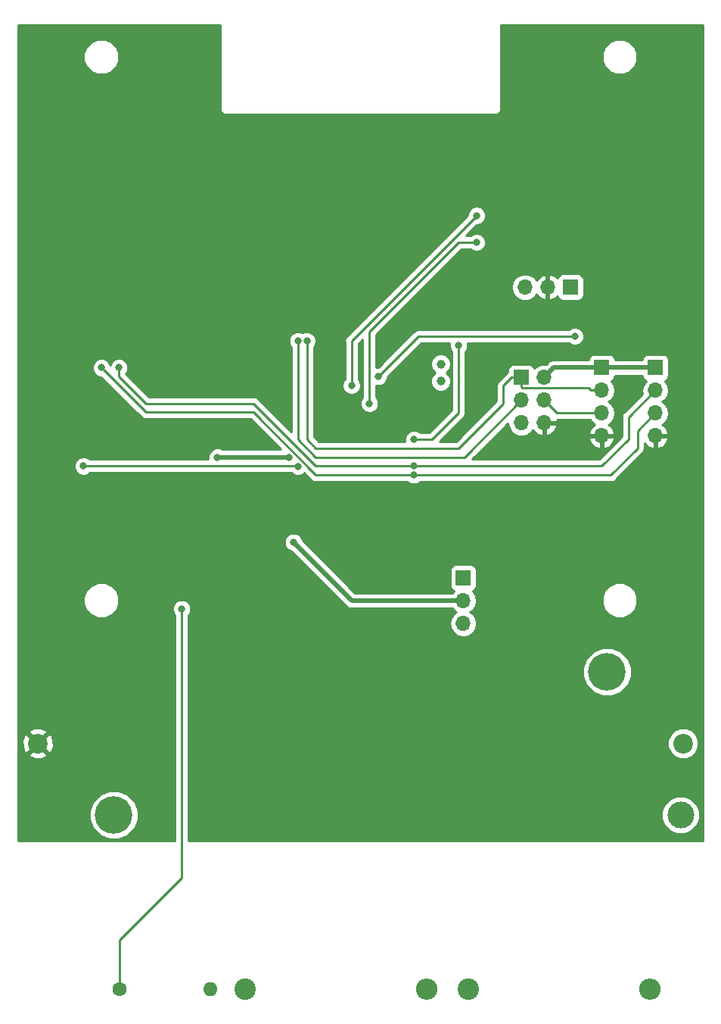
<source format=gbl>
G04 #@! TF.GenerationSoftware,KiCad,Pcbnew,(5.0.0)*
G04 #@! TF.CreationDate,2019-07-08T16:39:32+02:00*
G04 #@! TF.ProjectId,lofence,6C6F66656E63652E6B696361645F7063,rev?*
G04 #@! TF.SameCoordinates,Original*
G04 #@! TF.FileFunction,Copper,L2,Bot,Signal*
G04 #@! TF.FilePolarity,Positive*
%FSLAX46Y46*%
G04 Gerber Fmt 4.6, Leading zero omitted, Abs format (unit mm)*
G04 Created by KiCad (PCBNEW (5.0.0)) date 07/08/19 16:39:32*
%MOMM*%
%LPD*%
G01*
G04 APERTURE LIST*
G04 #@! TA.AperFunction,WasherPad*
%ADD10C,3.000000*%
G04 #@! TD*
G04 #@! TA.AperFunction,WasherPad*
%ADD11C,4.200000*%
G04 #@! TD*
G04 #@! TA.AperFunction,ComponentPad*
%ADD12C,2.200000*%
G04 #@! TD*
G04 #@! TA.AperFunction,ComponentPad*
%ADD13C,1.000000*%
G04 #@! TD*
G04 #@! TA.AperFunction,ComponentPad*
%ADD14O,1.700000X1.700000*%
G04 #@! TD*
G04 #@! TA.AperFunction,ComponentPad*
%ADD15R,1.700000X1.700000*%
G04 #@! TD*
G04 #@! TA.AperFunction,ComponentPad*
%ADD16O,2.400000X2.400000*%
G04 #@! TD*
G04 #@! TA.AperFunction,ComponentPad*
%ADD17C,2.400000*%
G04 #@! TD*
G04 #@! TA.AperFunction,ComponentPad*
%ADD18O,1.600000X1.600000*%
G04 #@! TD*
G04 #@! TA.AperFunction,ComponentPad*
%ADD19C,1.600000*%
G04 #@! TD*
G04 #@! TA.AperFunction,ViaPad*
%ADD20C,0.800000*%
G04 #@! TD*
G04 #@! TA.AperFunction,Conductor*
%ADD21C,0.500000*%
G04 #@! TD*
G04 #@! TA.AperFunction,Conductor*
%ADD22C,0.250000*%
G04 #@! TD*
G04 #@! TA.AperFunction,Conductor*
%ADD23C,0.254000*%
G04 #@! TD*
G04 APERTURE END LIST*
D10*
G04 #@! TO.P,BT1,*
G04 #@! TO.N,*
X109820000Y-126000000D03*
D11*
X101600000Y-110000000D03*
X46400000Y-126000000D03*
D12*
G04 #@! TO.P,BT1,2*
G04 #@! TO.N,GND*
X37890000Y-118000000D03*
G04 #@! TO.P,BT1,1*
G04 #@! TO.N,Net-(BT1-Pad1)*
X110110000Y-118000000D03*
G04 #@! TD*
D13*
G04 #@! TO.P,Y1,2*
G04 #@! TO.N,Net-(U3-Pad8)*
X83000000Y-75600000D03*
G04 #@! TO.P,Y1,1*
G04 #@! TO.N,Net-(U3-Pad7)*
X83000000Y-77500000D03*
G04 #@! TD*
D14*
G04 #@! TO.P,J3,6*
G04 #@! TO.N,GND*
X94540000Y-82180000D03*
G04 #@! TO.P,J3,5*
G04 #@! TO.N,MCU_RESET*
X92000000Y-82180000D03*
G04 #@! TO.P,J3,4*
G04 #@! TO.N,MCU_MOSI*
X94540000Y-79640000D03*
G04 #@! TO.P,J3,3*
G04 #@! TO.N,MCU_SCK*
X92000000Y-79640000D03*
G04 #@! TO.P,J3,2*
G04 #@! TO.N,+3V3*
X94540000Y-77100000D03*
D15*
G04 #@! TO.P,J3,1*
G04 #@! TO.N,MCU_MISO*
X92000000Y-77100000D03*
G04 #@! TD*
G04 #@! TO.P,J4,1*
G04 #@! TO.N,+3V3*
X107000000Y-76000000D03*
D14*
G04 #@! TO.P,J4,2*
G04 #@! TO.N,RN_RX*
X107000000Y-78540000D03*
G04 #@! TO.P,J4,3*
G04 #@! TO.N,RN_TX*
X107000000Y-81080000D03*
G04 #@! TO.P,J4,4*
G04 #@! TO.N,GND*
X107000000Y-83620000D03*
G04 #@! TD*
G04 #@! TO.P,J5,3*
G04 #@! TO.N,N/C*
X92420000Y-67000000D03*
G04 #@! TO.P,J5,2*
G04 #@! TO.N,GND*
X94960000Y-67000000D03*
D15*
G04 #@! TO.P,J5,1*
G04 #@! TO.N,Net-(D3-Pad1)*
X97500000Y-67000000D03*
G04 #@! TD*
D14*
G04 #@! TO.P,J6,4*
G04 #@! TO.N,GND*
X101000000Y-83620000D03*
G04 #@! TO.P,J6,3*
G04 #@! TO.N,MCU_MOSI*
X101000000Y-81080000D03*
G04 #@! TO.P,J6,2*
G04 #@! TO.N,MCU_MISO*
X101000000Y-78540000D03*
D15*
G04 #@! TO.P,J6,1*
G04 #@! TO.N,+3V3*
X101000000Y-76000000D03*
G04 #@! TD*
D16*
G04 #@! TO.P,R1,2*
G04 #@! TO.N,Net-(J1-Pad1)*
X106383823Y-145441599D03*
D17*
G04 #@! TO.P,R1,1*
G04 #@! TO.N,Net-(R1-Pad1)*
X86063823Y-145441599D03*
G04 #@! TD*
G04 #@! TO.P,R2,1*
G04 #@! TO.N,Net-(R2-Pad1)*
X61063823Y-145441599D03*
D16*
G04 #@! TO.P,R2,2*
G04 #@! TO.N,Net-(R1-Pad1)*
X81383823Y-145441599D03*
G04 #@! TD*
D18*
G04 #@! TO.P,R3,2*
G04 #@! TO.N,Net-(R2-Pad1)*
X57223823Y-145441599D03*
D19*
G04 #@! TO.P,R3,1*
G04 #@! TO.N,PROBE*
X47063823Y-145441599D03*
G04 #@! TD*
D14*
G04 #@! TO.P,J8,3*
G04 #@! TO.N,VCC_LDO*
X85500000Y-104580000D03*
G04 #@! TO.P,J8,2*
G04 #@! TO.N,BAT_VCC*
X85500000Y-102040000D03*
D15*
G04 #@! TO.P,J8,1*
G04 #@! TO.N,VCC_BBC*
X85500000Y-99500000D03*
G04 #@! TD*
D20*
G04 #@! TO.N,GND*
X74000000Y-79000000D03*
X70000000Y-97000000D03*
X77000000Y-59500000D03*
X77000000Y-61250000D03*
X77000000Y-63250000D03*
X75000000Y-66000000D03*
X73000000Y-66000000D03*
X77000000Y-65000000D03*
X63000000Y-48000000D03*
X61000000Y-73000000D03*
X104000000Y-92000000D03*
X69000000Y-60000000D03*
X71000000Y-60000000D03*
X71000000Y-65000000D03*
X69000000Y-65000000D03*
X75000000Y-58500000D03*
X73000000Y-58500000D03*
X45000000Y-95500000D03*
X46000000Y-81000000D03*
X39000000Y-75000000D03*
X51500000Y-75500000D03*
X46500000Y-47000000D03*
X39000000Y-47000000D03*
X57000000Y-47000000D03*
X80000000Y-100500000D03*
X89000000Y-85500000D03*
X88898952Y-93101048D03*
X80000000Y-109500000D03*
X70000000Y-109500000D03*
G04 #@! TO.N,ADC_POWER*
X58000000Y-86000000D03*
X65987340Y-86012660D03*
G04 #@! TO.N,ADC-*
X43000000Y-87000000D03*
X66987340Y-87012660D03*
G04 #@! TO.N,MCU_SCK*
X67000000Y-73000000D03*
G04 #@! TO.N,RN_TX*
X45000000Y-76000000D03*
X80000000Y-88000000D03*
G04 #@! TO.N,RN_RX*
X46974975Y-76000000D03*
X80000000Y-87000000D03*
G04 #@! TO.N,PROBE*
X54000000Y-102949990D03*
G04 #@! TO.N,BAT_VCC*
X66500000Y-95500000D03*
G04 #@! TO.N,MCU_MISO*
X68000000Y-73000000D03*
G04 #@! TO.N,MCU_MOSI*
X76000000Y-77000000D03*
X98000000Y-72500000D03*
G04 #@! TO.N,LED_CLK*
X80000000Y-84000000D03*
X84987340Y-73500000D03*
G04 #@! TO.N,LED_MSR*
X87000000Y-59000000D03*
X73000000Y-78000000D03*
G04 #@! TO.N,LED_TX*
X75000000Y-80000000D03*
X87000000Y-62000000D03*
G04 #@! TD*
D21*
G04 #@! TO.N,+3V3*
X107000000Y-76000000D02*
X101000000Y-76000000D01*
X107000000Y-76000000D02*
X105650000Y-76000000D01*
X95640000Y-76000000D02*
X94540000Y-77100000D01*
X101000000Y-76000000D02*
X95640000Y-76000000D01*
G04 #@! TO.N,ADC_POWER*
X65987340Y-86012660D02*
X58012660Y-86012660D01*
D22*
G04 #@! TO.N,ADC-*
X43000000Y-87000000D02*
X66974680Y-87000000D01*
X66974680Y-87000000D02*
X66987340Y-87012660D01*
G04 #@! TO.N,MCU_SCK*
X67000000Y-84000000D02*
X67000000Y-73000000D01*
X69000000Y-86000000D02*
X67000000Y-84000000D01*
X92000000Y-79640000D02*
X85640000Y-86000000D01*
X85640000Y-86000000D02*
X69000000Y-86000000D01*
G04 #@! TO.N,RN_TX*
X62000000Y-81000000D02*
X69000000Y-88000000D01*
X69000000Y-88000000D02*
X82050640Y-88000000D01*
X50000000Y-81000000D02*
X62000000Y-81000000D01*
X45000000Y-76000000D02*
X50000000Y-81000000D01*
X82050640Y-88000000D02*
X100080000Y-88000000D01*
X100080000Y-88000000D02*
X102000000Y-88000000D01*
X105000000Y-85000000D02*
X105000000Y-83080000D01*
X102000000Y-88000000D02*
X105000000Y-85000000D01*
X107000000Y-81080000D02*
X105000000Y-83080000D01*
G04 #@! TO.N,RN_RX*
X104000000Y-81540000D02*
X104000000Y-83000000D01*
X107000000Y-78540000D02*
X104000000Y-81540000D01*
X69000000Y-87000000D02*
X100000000Y-87000000D01*
X62000000Y-80000000D02*
X69000000Y-87000000D01*
X50000000Y-80000000D02*
X62000000Y-80000000D01*
X46974975Y-76974975D02*
X50000000Y-80000000D01*
X46974975Y-76000000D02*
X46974975Y-76974975D01*
X100000000Y-87000000D02*
X101000000Y-87000000D01*
X101000000Y-87000000D02*
X104000000Y-84000000D01*
X104000000Y-84000000D02*
X104000000Y-83000000D01*
G04 #@! TO.N,PROBE*
X54000000Y-103515675D02*
X54000000Y-102949990D01*
X47063823Y-145441599D02*
X47063823Y-139936177D01*
X47063823Y-139936177D02*
X54000000Y-133000000D01*
X54000000Y-133000000D02*
X54000000Y-103000000D01*
D21*
G04 #@! TO.N,BAT_VCC*
X73040000Y-102040000D02*
X85500000Y-102040000D01*
X66500000Y-95500000D02*
X73040000Y-102040000D01*
D22*
G04 #@! TO.N,MCU_MISO*
X99797919Y-78540000D02*
X101000000Y-78540000D01*
X99532920Y-78275001D02*
X99797919Y-78540000D01*
X92075001Y-78275001D02*
X99532920Y-78275001D01*
X92000000Y-78200000D02*
X92075001Y-78275001D01*
X92000000Y-77100000D02*
X92000000Y-78200000D01*
X92000000Y-77100000D02*
X90900000Y-77100000D01*
X90000000Y-78000000D02*
X90000000Y-80000000D01*
X90000000Y-80000000D02*
X85000000Y-85000000D01*
X68000000Y-84000000D02*
X68000000Y-73000000D01*
X85000000Y-85000000D02*
X69000000Y-85000000D01*
X69000000Y-85000000D02*
X68000000Y-84000000D01*
X90900000Y-77100000D02*
X90000000Y-78000000D01*
G04 #@! TO.N,MCU_MOSI*
X94540000Y-79640000D02*
X95980000Y-81080000D01*
X95980000Y-81080000D02*
X101000000Y-81080000D01*
X76000000Y-77000000D02*
X80500000Y-72500000D01*
X98000000Y-72500000D02*
X80500000Y-72500000D01*
G04 #@! TO.N,LED_CLK*
X82000000Y-84000000D02*
X83500000Y-82500000D01*
X80000000Y-84000000D02*
X82000000Y-84000000D01*
X83000000Y-83000000D02*
X83500000Y-82500000D01*
X84987340Y-81012660D02*
X84987340Y-73790695D01*
X83500000Y-82500000D02*
X84987340Y-81012660D01*
X84987340Y-73225010D02*
X84987340Y-73500000D01*
X84987340Y-73790695D02*
X84987340Y-73500000D01*
G04 #@! TO.N,LED_MSR*
X73000000Y-78000000D02*
X73000000Y-73000000D01*
X73000000Y-73000000D02*
X87000000Y-59000000D01*
G04 #@! TO.N,LED_TX*
X87000000Y-62000000D02*
X85000000Y-62000000D01*
X75000000Y-80000000D02*
X75000000Y-72000000D01*
X85000000Y-62000000D02*
X75000000Y-72000000D01*
G04 #@! TD*
D23*
G04 #@! TO.N,GND*
G36*
X58290001Y-46930069D02*
X58276091Y-47000000D01*
X58331195Y-47277028D01*
X58488119Y-47511881D01*
X58722972Y-47668805D01*
X58930074Y-47710000D01*
X58930075Y-47710000D01*
X59000000Y-47723909D01*
X59069926Y-47710000D01*
X88930074Y-47710000D01*
X89000000Y-47723909D01*
X89069925Y-47710000D01*
X89069926Y-47710000D01*
X89277028Y-47668805D01*
X89511881Y-47511881D01*
X89668805Y-47277028D01*
X89723909Y-47000000D01*
X89710000Y-46930074D01*
X89710000Y-40855159D01*
X101015000Y-40855159D01*
X101015000Y-41644841D01*
X101317199Y-42374412D01*
X101875588Y-42932801D01*
X102605159Y-43235000D01*
X103394841Y-43235000D01*
X104124412Y-42932801D01*
X104682801Y-42374412D01*
X104985000Y-41644841D01*
X104985000Y-40855159D01*
X104682801Y-40125588D01*
X104124412Y-39567199D01*
X103394841Y-39265000D01*
X102605159Y-39265000D01*
X101875588Y-39567199D01*
X101317199Y-40125588D01*
X101015000Y-40855159D01*
X89710000Y-40855159D01*
X89710000Y-37710000D01*
X112290001Y-37710000D01*
X112290000Y-128873000D01*
X54760000Y-128873000D01*
X54760000Y-125575322D01*
X107685000Y-125575322D01*
X107685000Y-126424678D01*
X108010034Y-127209380D01*
X108610620Y-127809966D01*
X109395322Y-128135000D01*
X110244678Y-128135000D01*
X111029380Y-127809966D01*
X111629966Y-127209380D01*
X111955000Y-126424678D01*
X111955000Y-125575322D01*
X111629966Y-124790620D01*
X111029380Y-124190034D01*
X110244678Y-123865000D01*
X109395322Y-123865000D01*
X108610620Y-124190034D01*
X108010034Y-124790620D01*
X107685000Y-125575322D01*
X54760000Y-125575322D01*
X54760000Y-117654887D01*
X108375000Y-117654887D01*
X108375000Y-118345113D01*
X108639138Y-118982799D01*
X109127201Y-119470862D01*
X109764887Y-119735000D01*
X110455113Y-119735000D01*
X111092799Y-119470862D01*
X111580862Y-118982799D01*
X111845000Y-118345113D01*
X111845000Y-117654887D01*
X111580862Y-117017201D01*
X111092799Y-116529138D01*
X110455113Y-116265000D01*
X109764887Y-116265000D01*
X109127201Y-116529138D01*
X108639138Y-117017201D01*
X108375000Y-117654887D01*
X54760000Y-117654887D01*
X54760000Y-109455975D01*
X98865000Y-109455975D01*
X98865000Y-110544025D01*
X99281379Y-111549253D01*
X100050747Y-112318621D01*
X101055975Y-112735000D01*
X102144025Y-112735000D01*
X103149253Y-112318621D01*
X103918621Y-111549253D01*
X104335000Y-110544025D01*
X104335000Y-109455975D01*
X103918621Y-108450747D01*
X103149253Y-107681379D01*
X102144025Y-107265000D01*
X101055975Y-107265000D01*
X100050747Y-107681379D01*
X99281379Y-108450747D01*
X98865000Y-109455975D01*
X54760000Y-109455975D01*
X54760000Y-103653701D01*
X54877431Y-103536270D01*
X55035000Y-103155864D01*
X55035000Y-102744116D01*
X54877431Y-102363710D01*
X54586280Y-102072559D01*
X54205874Y-101914990D01*
X53794126Y-101914990D01*
X53413720Y-102072559D01*
X53122569Y-102363710D01*
X52965000Y-102744116D01*
X52965000Y-103155864D01*
X53122569Y-103536270D01*
X53240001Y-103653702D01*
X53240000Y-128873000D01*
X35710000Y-128873000D01*
X35710000Y-125455975D01*
X43665000Y-125455975D01*
X43665000Y-126544025D01*
X44081379Y-127549253D01*
X44850747Y-128318621D01*
X45855975Y-128735000D01*
X46944025Y-128735000D01*
X47949253Y-128318621D01*
X48718621Y-127549253D01*
X49135000Y-126544025D01*
X49135000Y-125455975D01*
X48718621Y-124450747D01*
X47949253Y-123681379D01*
X46944025Y-123265000D01*
X45855975Y-123265000D01*
X44850747Y-123681379D01*
X44081379Y-124450747D01*
X43665000Y-125455975D01*
X35710000Y-125455975D01*
X35710000Y-119224868D01*
X36844737Y-119224868D01*
X36955641Y-119502099D01*
X37601593Y-119745323D01*
X38291453Y-119722836D01*
X38824359Y-119502099D01*
X38935263Y-119224868D01*
X37890000Y-118179605D01*
X36844737Y-119224868D01*
X35710000Y-119224868D01*
X35710000Y-117711593D01*
X36144677Y-117711593D01*
X36167164Y-118401453D01*
X36387901Y-118934359D01*
X36665132Y-119045263D01*
X37710395Y-118000000D01*
X38069605Y-118000000D01*
X39114868Y-119045263D01*
X39392099Y-118934359D01*
X39635323Y-118288407D01*
X39612836Y-117598547D01*
X39392099Y-117065641D01*
X39114868Y-116954737D01*
X38069605Y-118000000D01*
X37710395Y-118000000D01*
X36665132Y-116954737D01*
X36387901Y-117065641D01*
X36144677Y-117711593D01*
X35710000Y-117711593D01*
X35710000Y-116775132D01*
X36844737Y-116775132D01*
X37890000Y-117820395D01*
X38935263Y-116775132D01*
X38824359Y-116497901D01*
X38178407Y-116254677D01*
X37488547Y-116277164D01*
X36955641Y-116497901D01*
X36844737Y-116775132D01*
X35710000Y-116775132D01*
X35710000Y-101605159D01*
X43015000Y-101605159D01*
X43015000Y-102394841D01*
X43317199Y-103124412D01*
X43875588Y-103682801D01*
X44605159Y-103985000D01*
X45394841Y-103985000D01*
X46124412Y-103682801D01*
X46682801Y-103124412D01*
X46985000Y-102394841D01*
X46985000Y-101605159D01*
X46682801Y-100875588D01*
X46124412Y-100317199D01*
X45394841Y-100015000D01*
X44605159Y-100015000D01*
X43875588Y-100317199D01*
X43317199Y-100875588D01*
X43015000Y-101605159D01*
X35710000Y-101605159D01*
X35710000Y-95294126D01*
X65465000Y-95294126D01*
X65465000Y-95705874D01*
X65622569Y-96086280D01*
X65913720Y-96377431D01*
X66275853Y-96527431D01*
X72352577Y-102604156D01*
X72401951Y-102678049D01*
X72475844Y-102727423D01*
X72475845Y-102727424D01*
X72694690Y-102873652D01*
X72952835Y-102925000D01*
X72952839Y-102925000D01*
X73040000Y-102942337D01*
X73127161Y-102925000D01*
X84305344Y-102925000D01*
X84429375Y-103110625D01*
X84727761Y-103310000D01*
X84429375Y-103509375D01*
X84101161Y-104000582D01*
X83985908Y-104580000D01*
X84101161Y-105159418D01*
X84429375Y-105650625D01*
X84920582Y-105978839D01*
X85353744Y-106065000D01*
X85646256Y-106065000D01*
X86079418Y-105978839D01*
X86570625Y-105650625D01*
X86898839Y-105159418D01*
X87014092Y-104580000D01*
X86898839Y-104000582D01*
X86570625Y-103509375D01*
X86272239Y-103310000D01*
X86570625Y-103110625D01*
X86898839Y-102619418D01*
X87014092Y-102040000D01*
X86927598Y-101605159D01*
X101015000Y-101605159D01*
X101015000Y-102394841D01*
X101317199Y-103124412D01*
X101875588Y-103682801D01*
X102605159Y-103985000D01*
X103394841Y-103985000D01*
X104124412Y-103682801D01*
X104682801Y-103124412D01*
X104985000Y-102394841D01*
X104985000Y-101605159D01*
X104682801Y-100875588D01*
X104124412Y-100317199D01*
X103394841Y-100015000D01*
X102605159Y-100015000D01*
X101875588Y-100317199D01*
X101317199Y-100875588D01*
X101015000Y-101605159D01*
X86927598Y-101605159D01*
X86898839Y-101460582D01*
X86570625Y-100969375D01*
X86552381Y-100957184D01*
X86597765Y-100948157D01*
X86807809Y-100807809D01*
X86948157Y-100597765D01*
X86997440Y-100350000D01*
X86997440Y-98650000D01*
X86948157Y-98402235D01*
X86807809Y-98192191D01*
X86597765Y-98051843D01*
X86350000Y-98002560D01*
X84650000Y-98002560D01*
X84402235Y-98051843D01*
X84192191Y-98192191D01*
X84051843Y-98402235D01*
X84002560Y-98650000D01*
X84002560Y-100350000D01*
X84051843Y-100597765D01*
X84192191Y-100807809D01*
X84402235Y-100948157D01*
X84447619Y-100957184D01*
X84429375Y-100969375D01*
X84305344Y-101155000D01*
X73406579Y-101155000D01*
X67527431Y-95275853D01*
X67377431Y-94913720D01*
X67086280Y-94622569D01*
X66705874Y-94465000D01*
X66294126Y-94465000D01*
X65913720Y-94622569D01*
X65622569Y-94913720D01*
X65465000Y-95294126D01*
X35710000Y-95294126D01*
X35710000Y-86794126D01*
X41965000Y-86794126D01*
X41965000Y-87205874D01*
X42122569Y-87586280D01*
X42413720Y-87877431D01*
X42794126Y-88035000D01*
X43205874Y-88035000D01*
X43586280Y-87877431D01*
X43703711Y-87760000D01*
X66270969Y-87760000D01*
X66401060Y-87890091D01*
X66781466Y-88047660D01*
X67193214Y-88047660D01*
X67573620Y-87890091D01*
X67694455Y-87769256D01*
X68409671Y-88484473D01*
X68452071Y-88547929D01*
X68703463Y-88715904D01*
X68925148Y-88760000D01*
X68925153Y-88760000D01*
X69000000Y-88774888D01*
X69074847Y-88760000D01*
X79296289Y-88760000D01*
X79413720Y-88877431D01*
X79794126Y-89035000D01*
X80205874Y-89035000D01*
X80586280Y-88877431D01*
X80703711Y-88760000D01*
X101925153Y-88760000D01*
X102000000Y-88774888D01*
X102074847Y-88760000D01*
X102074852Y-88760000D01*
X102296537Y-88715904D01*
X102547929Y-88547929D01*
X102590331Y-88484470D01*
X105484473Y-85590329D01*
X105547929Y-85547929D01*
X105663737Y-85374611D01*
X105715904Y-85296538D01*
X105747990Y-85135229D01*
X105760000Y-85074852D01*
X105760000Y-85074848D01*
X105774888Y-85000000D01*
X105760000Y-84925152D01*
X105760000Y-84421648D01*
X106118642Y-84815183D01*
X106643108Y-85061486D01*
X106873000Y-84940819D01*
X106873000Y-83747000D01*
X107127000Y-83747000D01*
X107127000Y-84940819D01*
X107356892Y-85061486D01*
X107881358Y-84815183D01*
X108271645Y-84386924D01*
X108441476Y-83976890D01*
X108320155Y-83747000D01*
X107127000Y-83747000D01*
X106873000Y-83747000D01*
X106853000Y-83747000D01*
X106853000Y-83493000D01*
X106873000Y-83493000D01*
X106873000Y-83473000D01*
X107127000Y-83473000D01*
X107127000Y-83493000D01*
X108320155Y-83493000D01*
X108441476Y-83263110D01*
X108271645Y-82853076D01*
X107881358Y-82424817D01*
X107751522Y-82363843D01*
X108070625Y-82150625D01*
X108398839Y-81659418D01*
X108514092Y-81080000D01*
X108398839Y-80500582D01*
X108070625Y-80009375D01*
X107772239Y-79810000D01*
X108070625Y-79610625D01*
X108398839Y-79119418D01*
X108514092Y-78540000D01*
X108398839Y-77960582D01*
X108070625Y-77469375D01*
X108052381Y-77457184D01*
X108097765Y-77448157D01*
X108307809Y-77307809D01*
X108448157Y-77097765D01*
X108497440Y-76850000D01*
X108497440Y-75150000D01*
X108448157Y-74902235D01*
X108307809Y-74692191D01*
X108097765Y-74551843D01*
X107850000Y-74502560D01*
X106150000Y-74502560D01*
X105902235Y-74551843D01*
X105692191Y-74692191D01*
X105551843Y-74902235D01*
X105509522Y-75115000D01*
X102490478Y-75115000D01*
X102448157Y-74902235D01*
X102307809Y-74692191D01*
X102097765Y-74551843D01*
X101850000Y-74502560D01*
X100150000Y-74502560D01*
X99902235Y-74551843D01*
X99692191Y-74692191D01*
X99551843Y-74902235D01*
X99509522Y-75115000D01*
X95727161Y-75115000D01*
X95640000Y-75097663D01*
X95552839Y-75115000D01*
X95552835Y-75115000D01*
X95294690Y-75166348D01*
X95075845Y-75312576D01*
X95075844Y-75312577D01*
X95001951Y-75361951D01*
X94952577Y-75435844D01*
X94758960Y-75629462D01*
X94686256Y-75615000D01*
X94393744Y-75615000D01*
X93960582Y-75701161D01*
X93469375Y-76029375D01*
X93457184Y-76047619D01*
X93448157Y-76002235D01*
X93307809Y-75792191D01*
X93097765Y-75651843D01*
X92850000Y-75602560D01*
X91150000Y-75602560D01*
X90902235Y-75651843D01*
X90692191Y-75792191D01*
X90551843Y-76002235D01*
X90502560Y-76250000D01*
X90502560Y-76451517D01*
X90352071Y-76552071D01*
X90309671Y-76615527D01*
X89515530Y-77409669D01*
X89452071Y-77452071D01*
X89284096Y-77703464D01*
X89240000Y-77925149D01*
X89240000Y-77925153D01*
X89225112Y-78000000D01*
X89240000Y-78074847D01*
X89240001Y-79685197D01*
X84685199Y-84240000D01*
X82834801Y-84240000D01*
X84090329Y-82984474D01*
X84090333Y-82984468D01*
X85471816Y-81602987D01*
X85535269Y-81560589D01*
X85577667Y-81497136D01*
X85577669Y-81497134D01*
X85703243Y-81309198D01*
X85703244Y-81309197D01*
X85747340Y-81087512D01*
X85747340Y-81087508D01*
X85762228Y-81012661D01*
X85747340Y-80937814D01*
X85747340Y-74203711D01*
X85864771Y-74086280D01*
X86022340Y-73705874D01*
X86022340Y-73294126D01*
X86008205Y-73260000D01*
X97296289Y-73260000D01*
X97413720Y-73377431D01*
X97794126Y-73535000D01*
X98205874Y-73535000D01*
X98586280Y-73377431D01*
X98877431Y-73086280D01*
X99035000Y-72705874D01*
X99035000Y-72294126D01*
X98877431Y-71913720D01*
X98586280Y-71622569D01*
X98205874Y-71465000D01*
X97794126Y-71465000D01*
X97413720Y-71622569D01*
X97296289Y-71740000D01*
X80574846Y-71740000D01*
X80499999Y-71725112D01*
X80425152Y-71740000D01*
X80425148Y-71740000D01*
X80203463Y-71784096D01*
X79952071Y-71952071D01*
X79909671Y-72015527D01*
X75960199Y-75965000D01*
X75794126Y-75965000D01*
X75760000Y-75979135D01*
X75760000Y-72314801D01*
X81074801Y-67000000D01*
X90905908Y-67000000D01*
X91021161Y-67579418D01*
X91349375Y-68070625D01*
X91840582Y-68398839D01*
X92273744Y-68485000D01*
X92566256Y-68485000D01*
X92999418Y-68398839D01*
X93490625Y-68070625D01*
X93703843Y-67751522D01*
X93764817Y-67881358D01*
X94193076Y-68271645D01*
X94603110Y-68441476D01*
X94833000Y-68320155D01*
X94833000Y-67127000D01*
X94813000Y-67127000D01*
X94813000Y-66873000D01*
X94833000Y-66873000D01*
X94833000Y-65679845D01*
X95087000Y-65679845D01*
X95087000Y-66873000D01*
X95107000Y-66873000D01*
X95107000Y-67127000D01*
X95087000Y-67127000D01*
X95087000Y-68320155D01*
X95316890Y-68441476D01*
X95726924Y-68271645D01*
X96031261Y-67994292D01*
X96051843Y-68097765D01*
X96192191Y-68307809D01*
X96402235Y-68448157D01*
X96650000Y-68497440D01*
X98350000Y-68497440D01*
X98597765Y-68448157D01*
X98807809Y-68307809D01*
X98948157Y-68097765D01*
X98997440Y-67850000D01*
X98997440Y-66150000D01*
X98948157Y-65902235D01*
X98807809Y-65692191D01*
X98597765Y-65551843D01*
X98350000Y-65502560D01*
X96650000Y-65502560D01*
X96402235Y-65551843D01*
X96192191Y-65692191D01*
X96051843Y-65902235D01*
X96031261Y-66005708D01*
X95726924Y-65728355D01*
X95316890Y-65558524D01*
X95087000Y-65679845D01*
X94833000Y-65679845D01*
X94603110Y-65558524D01*
X94193076Y-65728355D01*
X93764817Y-66118642D01*
X93703843Y-66248478D01*
X93490625Y-65929375D01*
X92999418Y-65601161D01*
X92566256Y-65515000D01*
X92273744Y-65515000D01*
X91840582Y-65601161D01*
X91349375Y-65929375D01*
X91021161Y-66420582D01*
X90905908Y-67000000D01*
X81074801Y-67000000D01*
X85314802Y-62760000D01*
X86296289Y-62760000D01*
X86413720Y-62877431D01*
X86794126Y-63035000D01*
X87205874Y-63035000D01*
X87586280Y-62877431D01*
X87877431Y-62586280D01*
X88035000Y-62205874D01*
X88035000Y-61794126D01*
X87877431Y-61413720D01*
X87586280Y-61122569D01*
X87205874Y-60965000D01*
X86794126Y-60965000D01*
X86413720Y-61122569D01*
X86296289Y-61240000D01*
X85834802Y-61240000D01*
X87039802Y-60035000D01*
X87205874Y-60035000D01*
X87586280Y-59877431D01*
X87877431Y-59586280D01*
X88035000Y-59205874D01*
X88035000Y-58794126D01*
X87877431Y-58413720D01*
X87586280Y-58122569D01*
X87205874Y-57965000D01*
X86794126Y-57965000D01*
X86413720Y-58122569D01*
X86122569Y-58413720D01*
X85965000Y-58794126D01*
X85965000Y-58960198D01*
X72515528Y-72409671D01*
X72452072Y-72452071D01*
X72409672Y-72515527D01*
X72409671Y-72515528D01*
X72284097Y-72703463D01*
X72225112Y-73000000D01*
X72240001Y-73074852D01*
X72240000Y-77296289D01*
X72122569Y-77413720D01*
X71965000Y-77794126D01*
X71965000Y-78205874D01*
X72122569Y-78586280D01*
X72413720Y-78877431D01*
X72794126Y-79035000D01*
X73205874Y-79035000D01*
X73586280Y-78877431D01*
X73877431Y-78586280D01*
X74035000Y-78205874D01*
X74035000Y-77794126D01*
X73877431Y-77413720D01*
X73760000Y-77296289D01*
X73760000Y-73314801D01*
X74240001Y-72834800D01*
X74240000Y-79296289D01*
X74122569Y-79413720D01*
X73965000Y-79794126D01*
X73965000Y-80205874D01*
X74122569Y-80586280D01*
X74413720Y-80877431D01*
X74794126Y-81035000D01*
X75205874Y-81035000D01*
X75586280Y-80877431D01*
X75877431Y-80586280D01*
X76035000Y-80205874D01*
X76035000Y-79794126D01*
X75877431Y-79413720D01*
X75760000Y-79296289D01*
X75760000Y-78020865D01*
X75794126Y-78035000D01*
X76205874Y-78035000D01*
X76586280Y-77877431D01*
X76877431Y-77586280D01*
X77035000Y-77205874D01*
X77035000Y-77039801D01*
X78700567Y-75374234D01*
X81865000Y-75374234D01*
X81865000Y-75825766D01*
X82037793Y-76242926D01*
X82344867Y-76550000D01*
X82037793Y-76857074D01*
X81865000Y-77274234D01*
X81865000Y-77725766D01*
X82037793Y-78142926D01*
X82357074Y-78462207D01*
X82774234Y-78635000D01*
X83225766Y-78635000D01*
X83642926Y-78462207D01*
X83962207Y-78142926D01*
X84135000Y-77725766D01*
X84135000Y-77274234D01*
X83962207Y-76857074D01*
X83655133Y-76550000D01*
X83962207Y-76242926D01*
X84135000Y-75825766D01*
X84135000Y-75374234D01*
X83962207Y-74957074D01*
X83642926Y-74637793D01*
X83225766Y-74465000D01*
X82774234Y-74465000D01*
X82357074Y-74637793D01*
X82037793Y-74957074D01*
X81865000Y-75374234D01*
X78700567Y-75374234D01*
X80814802Y-73260000D01*
X83966475Y-73260000D01*
X83952340Y-73294126D01*
X83952340Y-73705874D01*
X84109909Y-74086280D01*
X84227341Y-74203712D01*
X84227340Y-80697857D01*
X83015532Y-81909667D01*
X83015526Y-81909671D01*
X81685199Y-83240000D01*
X80703711Y-83240000D01*
X80586280Y-83122569D01*
X80205874Y-82965000D01*
X79794126Y-82965000D01*
X79413720Y-83122569D01*
X79122569Y-83413720D01*
X78965000Y-83794126D01*
X78965000Y-84205874D01*
X78979135Y-84240000D01*
X69314802Y-84240000D01*
X68760000Y-83685199D01*
X68760000Y-73703711D01*
X68877431Y-73586280D01*
X69035000Y-73205874D01*
X69035000Y-72794126D01*
X68877431Y-72413720D01*
X68586280Y-72122569D01*
X68205874Y-71965000D01*
X67794126Y-71965000D01*
X67500000Y-72086831D01*
X67205874Y-71965000D01*
X66794126Y-71965000D01*
X66413720Y-72122569D01*
X66122569Y-72413720D01*
X65965000Y-72794126D01*
X65965000Y-73205874D01*
X66122569Y-73586280D01*
X66240001Y-73703712D01*
X66240000Y-83165199D01*
X62590331Y-79515530D01*
X62547929Y-79452071D01*
X62296537Y-79284096D01*
X62074852Y-79240000D01*
X62074847Y-79240000D01*
X62000000Y-79225112D01*
X61925153Y-79240000D01*
X50314803Y-79240000D01*
X47756744Y-76681942D01*
X47852406Y-76586280D01*
X48009975Y-76205874D01*
X48009975Y-75794126D01*
X47852406Y-75413720D01*
X47561255Y-75122569D01*
X47180849Y-74965000D01*
X46769101Y-74965000D01*
X46388695Y-75122569D01*
X46097544Y-75413720D01*
X45987488Y-75679420D01*
X45877431Y-75413720D01*
X45586280Y-75122569D01*
X45205874Y-74965000D01*
X44794126Y-74965000D01*
X44413720Y-75122569D01*
X44122569Y-75413720D01*
X43965000Y-75794126D01*
X43965000Y-76205874D01*
X44122569Y-76586280D01*
X44413720Y-76877431D01*
X44794126Y-77035000D01*
X44960199Y-77035000D01*
X49409670Y-81484472D01*
X49452071Y-81547929D01*
X49515527Y-81590329D01*
X49703462Y-81715904D01*
X49749755Y-81725112D01*
X49925148Y-81760000D01*
X49925152Y-81760000D01*
X50000000Y-81774888D01*
X50074848Y-81760000D01*
X61685199Y-81760000D01*
X65052858Y-85127660D01*
X58591371Y-85127660D01*
X58586280Y-85122569D01*
X58205874Y-84965000D01*
X57794126Y-84965000D01*
X57413720Y-85122569D01*
X57122569Y-85413720D01*
X56965000Y-85794126D01*
X56965000Y-86205874D01*
X56979135Y-86240000D01*
X43703711Y-86240000D01*
X43586280Y-86122569D01*
X43205874Y-85965000D01*
X42794126Y-85965000D01*
X42413720Y-86122569D01*
X42122569Y-86413720D01*
X41965000Y-86794126D01*
X35710000Y-86794126D01*
X35710000Y-40855159D01*
X43015000Y-40855159D01*
X43015000Y-41644841D01*
X43317199Y-42374412D01*
X43875588Y-42932801D01*
X44605159Y-43235000D01*
X45394841Y-43235000D01*
X46124412Y-42932801D01*
X46682801Y-42374412D01*
X46985000Y-41644841D01*
X46985000Y-40855159D01*
X46682801Y-40125588D01*
X46124412Y-39567199D01*
X45394841Y-39265000D01*
X44605159Y-39265000D01*
X43875588Y-39567199D01*
X43317199Y-40125588D01*
X43015000Y-40855159D01*
X35710000Y-40855159D01*
X35710000Y-37710000D01*
X58290000Y-37710000D01*
X58290001Y-46930069D01*
X58290001Y-46930069D01*
G37*
X58290001Y-46930069D02*
X58276091Y-47000000D01*
X58331195Y-47277028D01*
X58488119Y-47511881D01*
X58722972Y-47668805D01*
X58930074Y-47710000D01*
X58930075Y-47710000D01*
X59000000Y-47723909D01*
X59069926Y-47710000D01*
X88930074Y-47710000D01*
X89000000Y-47723909D01*
X89069925Y-47710000D01*
X89069926Y-47710000D01*
X89277028Y-47668805D01*
X89511881Y-47511881D01*
X89668805Y-47277028D01*
X89723909Y-47000000D01*
X89710000Y-46930074D01*
X89710000Y-40855159D01*
X101015000Y-40855159D01*
X101015000Y-41644841D01*
X101317199Y-42374412D01*
X101875588Y-42932801D01*
X102605159Y-43235000D01*
X103394841Y-43235000D01*
X104124412Y-42932801D01*
X104682801Y-42374412D01*
X104985000Y-41644841D01*
X104985000Y-40855159D01*
X104682801Y-40125588D01*
X104124412Y-39567199D01*
X103394841Y-39265000D01*
X102605159Y-39265000D01*
X101875588Y-39567199D01*
X101317199Y-40125588D01*
X101015000Y-40855159D01*
X89710000Y-40855159D01*
X89710000Y-37710000D01*
X112290001Y-37710000D01*
X112290000Y-128873000D01*
X54760000Y-128873000D01*
X54760000Y-125575322D01*
X107685000Y-125575322D01*
X107685000Y-126424678D01*
X108010034Y-127209380D01*
X108610620Y-127809966D01*
X109395322Y-128135000D01*
X110244678Y-128135000D01*
X111029380Y-127809966D01*
X111629966Y-127209380D01*
X111955000Y-126424678D01*
X111955000Y-125575322D01*
X111629966Y-124790620D01*
X111029380Y-124190034D01*
X110244678Y-123865000D01*
X109395322Y-123865000D01*
X108610620Y-124190034D01*
X108010034Y-124790620D01*
X107685000Y-125575322D01*
X54760000Y-125575322D01*
X54760000Y-117654887D01*
X108375000Y-117654887D01*
X108375000Y-118345113D01*
X108639138Y-118982799D01*
X109127201Y-119470862D01*
X109764887Y-119735000D01*
X110455113Y-119735000D01*
X111092799Y-119470862D01*
X111580862Y-118982799D01*
X111845000Y-118345113D01*
X111845000Y-117654887D01*
X111580862Y-117017201D01*
X111092799Y-116529138D01*
X110455113Y-116265000D01*
X109764887Y-116265000D01*
X109127201Y-116529138D01*
X108639138Y-117017201D01*
X108375000Y-117654887D01*
X54760000Y-117654887D01*
X54760000Y-109455975D01*
X98865000Y-109455975D01*
X98865000Y-110544025D01*
X99281379Y-111549253D01*
X100050747Y-112318621D01*
X101055975Y-112735000D01*
X102144025Y-112735000D01*
X103149253Y-112318621D01*
X103918621Y-111549253D01*
X104335000Y-110544025D01*
X104335000Y-109455975D01*
X103918621Y-108450747D01*
X103149253Y-107681379D01*
X102144025Y-107265000D01*
X101055975Y-107265000D01*
X100050747Y-107681379D01*
X99281379Y-108450747D01*
X98865000Y-109455975D01*
X54760000Y-109455975D01*
X54760000Y-103653701D01*
X54877431Y-103536270D01*
X55035000Y-103155864D01*
X55035000Y-102744116D01*
X54877431Y-102363710D01*
X54586280Y-102072559D01*
X54205874Y-101914990D01*
X53794126Y-101914990D01*
X53413720Y-102072559D01*
X53122569Y-102363710D01*
X52965000Y-102744116D01*
X52965000Y-103155864D01*
X53122569Y-103536270D01*
X53240001Y-103653702D01*
X53240000Y-128873000D01*
X35710000Y-128873000D01*
X35710000Y-125455975D01*
X43665000Y-125455975D01*
X43665000Y-126544025D01*
X44081379Y-127549253D01*
X44850747Y-128318621D01*
X45855975Y-128735000D01*
X46944025Y-128735000D01*
X47949253Y-128318621D01*
X48718621Y-127549253D01*
X49135000Y-126544025D01*
X49135000Y-125455975D01*
X48718621Y-124450747D01*
X47949253Y-123681379D01*
X46944025Y-123265000D01*
X45855975Y-123265000D01*
X44850747Y-123681379D01*
X44081379Y-124450747D01*
X43665000Y-125455975D01*
X35710000Y-125455975D01*
X35710000Y-119224868D01*
X36844737Y-119224868D01*
X36955641Y-119502099D01*
X37601593Y-119745323D01*
X38291453Y-119722836D01*
X38824359Y-119502099D01*
X38935263Y-119224868D01*
X37890000Y-118179605D01*
X36844737Y-119224868D01*
X35710000Y-119224868D01*
X35710000Y-117711593D01*
X36144677Y-117711593D01*
X36167164Y-118401453D01*
X36387901Y-118934359D01*
X36665132Y-119045263D01*
X37710395Y-118000000D01*
X38069605Y-118000000D01*
X39114868Y-119045263D01*
X39392099Y-118934359D01*
X39635323Y-118288407D01*
X39612836Y-117598547D01*
X39392099Y-117065641D01*
X39114868Y-116954737D01*
X38069605Y-118000000D01*
X37710395Y-118000000D01*
X36665132Y-116954737D01*
X36387901Y-117065641D01*
X36144677Y-117711593D01*
X35710000Y-117711593D01*
X35710000Y-116775132D01*
X36844737Y-116775132D01*
X37890000Y-117820395D01*
X38935263Y-116775132D01*
X38824359Y-116497901D01*
X38178407Y-116254677D01*
X37488547Y-116277164D01*
X36955641Y-116497901D01*
X36844737Y-116775132D01*
X35710000Y-116775132D01*
X35710000Y-101605159D01*
X43015000Y-101605159D01*
X43015000Y-102394841D01*
X43317199Y-103124412D01*
X43875588Y-103682801D01*
X44605159Y-103985000D01*
X45394841Y-103985000D01*
X46124412Y-103682801D01*
X46682801Y-103124412D01*
X46985000Y-102394841D01*
X46985000Y-101605159D01*
X46682801Y-100875588D01*
X46124412Y-100317199D01*
X45394841Y-100015000D01*
X44605159Y-100015000D01*
X43875588Y-100317199D01*
X43317199Y-100875588D01*
X43015000Y-101605159D01*
X35710000Y-101605159D01*
X35710000Y-95294126D01*
X65465000Y-95294126D01*
X65465000Y-95705874D01*
X65622569Y-96086280D01*
X65913720Y-96377431D01*
X66275853Y-96527431D01*
X72352577Y-102604156D01*
X72401951Y-102678049D01*
X72475844Y-102727423D01*
X72475845Y-102727424D01*
X72694690Y-102873652D01*
X72952835Y-102925000D01*
X72952839Y-102925000D01*
X73040000Y-102942337D01*
X73127161Y-102925000D01*
X84305344Y-102925000D01*
X84429375Y-103110625D01*
X84727761Y-103310000D01*
X84429375Y-103509375D01*
X84101161Y-104000582D01*
X83985908Y-104580000D01*
X84101161Y-105159418D01*
X84429375Y-105650625D01*
X84920582Y-105978839D01*
X85353744Y-106065000D01*
X85646256Y-106065000D01*
X86079418Y-105978839D01*
X86570625Y-105650625D01*
X86898839Y-105159418D01*
X87014092Y-104580000D01*
X86898839Y-104000582D01*
X86570625Y-103509375D01*
X86272239Y-103310000D01*
X86570625Y-103110625D01*
X86898839Y-102619418D01*
X87014092Y-102040000D01*
X86927598Y-101605159D01*
X101015000Y-101605159D01*
X101015000Y-102394841D01*
X101317199Y-103124412D01*
X101875588Y-103682801D01*
X102605159Y-103985000D01*
X103394841Y-103985000D01*
X104124412Y-103682801D01*
X104682801Y-103124412D01*
X104985000Y-102394841D01*
X104985000Y-101605159D01*
X104682801Y-100875588D01*
X104124412Y-100317199D01*
X103394841Y-100015000D01*
X102605159Y-100015000D01*
X101875588Y-100317199D01*
X101317199Y-100875588D01*
X101015000Y-101605159D01*
X86927598Y-101605159D01*
X86898839Y-101460582D01*
X86570625Y-100969375D01*
X86552381Y-100957184D01*
X86597765Y-100948157D01*
X86807809Y-100807809D01*
X86948157Y-100597765D01*
X86997440Y-100350000D01*
X86997440Y-98650000D01*
X86948157Y-98402235D01*
X86807809Y-98192191D01*
X86597765Y-98051843D01*
X86350000Y-98002560D01*
X84650000Y-98002560D01*
X84402235Y-98051843D01*
X84192191Y-98192191D01*
X84051843Y-98402235D01*
X84002560Y-98650000D01*
X84002560Y-100350000D01*
X84051843Y-100597765D01*
X84192191Y-100807809D01*
X84402235Y-100948157D01*
X84447619Y-100957184D01*
X84429375Y-100969375D01*
X84305344Y-101155000D01*
X73406579Y-101155000D01*
X67527431Y-95275853D01*
X67377431Y-94913720D01*
X67086280Y-94622569D01*
X66705874Y-94465000D01*
X66294126Y-94465000D01*
X65913720Y-94622569D01*
X65622569Y-94913720D01*
X65465000Y-95294126D01*
X35710000Y-95294126D01*
X35710000Y-86794126D01*
X41965000Y-86794126D01*
X41965000Y-87205874D01*
X42122569Y-87586280D01*
X42413720Y-87877431D01*
X42794126Y-88035000D01*
X43205874Y-88035000D01*
X43586280Y-87877431D01*
X43703711Y-87760000D01*
X66270969Y-87760000D01*
X66401060Y-87890091D01*
X66781466Y-88047660D01*
X67193214Y-88047660D01*
X67573620Y-87890091D01*
X67694455Y-87769256D01*
X68409671Y-88484473D01*
X68452071Y-88547929D01*
X68703463Y-88715904D01*
X68925148Y-88760000D01*
X68925153Y-88760000D01*
X69000000Y-88774888D01*
X69074847Y-88760000D01*
X79296289Y-88760000D01*
X79413720Y-88877431D01*
X79794126Y-89035000D01*
X80205874Y-89035000D01*
X80586280Y-88877431D01*
X80703711Y-88760000D01*
X101925153Y-88760000D01*
X102000000Y-88774888D01*
X102074847Y-88760000D01*
X102074852Y-88760000D01*
X102296537Y-88715904D01*
X102547929Y-88547929D01*
X102590331Y-88484470D01*
X105484473Y-85590329D01*
X105547929Y-85547929D01*
X105663737Y-85374611D01*
X105715904Y-85296538D01*
X105747990Y-85135229D01*
X105760000Y-85074852D01*
X105760000Y-85074848D01*
X105774888Y-85000000D01*
X105760000Y-84925152D01*
X105760000Y-84421648D01*
X106118642Y-84815183D01*
X106643108Y-85061486D01*
X106873000Y-84940819D01*
X106873000Y-83747000D01*
X107127000Y-83747000D01*
X107127000Y-84940819D01*
X107356892Y-85061486D01*
X107881358Y-84815183D01*
X108271645Y-84386924D01*
X108441476Y-83976890D01*
X108320155Y-83747000D01*
X107127000Y-83747000D01*
X106873000Y-83747000D01*
X106853000Y-83747000D01*
X106853000Y-83493000D01*
X106873000Y-83493000D01*
X106873000Y-83473000D01*
X107127000Y-83473000D01*
X107127000Y-83493000D01*
X108320155Y-83493000D01*
X108441476Y-83263110D01*
X108271645Y-82853076D01*
X107881358Y-82424817D01*
X107751522Y-82363843D01*
X108070625Y-82150625D01*
X108398839Y-81659418D01*
X108514092Y-81080000D01*
X108398839Y-80500582D01*
X108070625Y-80009375D01*
X107772239Y-79810000D01*
X108070625Y-79610625D01*
X108398839Y-79119418D01*
X108514092Y-78540000D01*
X108398839Y-77960582D01*
X108070625Y-77469375D01*
X108052381Y-77457184D01*
X108097765Y-77448157D01*
X108307809Y-77307809D01*
X108448157Y-77097765D01*
X108497440Y-76850000D01*
X108497440Y-75150000D01*
X108448157Y-74902235D01*
X108307809Y-74692191D01*
X108097765Y-74551843D01*
X107850000Y-74502560D01*
X106150000Y-74502560D01*
X105902235Y-74551843D01*
X105692191Y-74692191D01*
X105551843Y-74902235D01*
X105509522Y-75115000D01*
X102490478Y-75115000D01*
X102448157Y-74902235D01*
X102307809Y-74692191D01*
X102097765Y-74551843D01*
X101850000Y-74502560D01*
X100150000Y-74502560D01*
X99902235Y-74551843D01*
X99692191Y-74692191D01*
X99551843Y-74902235D01*
X99509522Y-75115000D01*
X95727161Y-75115000D01*
X95640000Y-75097663D01*
X95552839Y-75115000D01*
X95552835Y-75115000D01*
X95294690Y-75166348D01*
X95075845Y-75312576D01*
X95075844Y-75312577D01*
X95001951Y-75361951D01*
X94952577Y-75435844D01*
X94758960Y-75629462D01*
X94686256Y-75615000D01*
X94393744Y-75615000D01*
X93960582Y-75701161D01*
X93469375Y-76029375D01*
X93457184Y-76047619D01*
X93448157Y-76002235D01*
X93307809Y-75792191D01*
X93097765Y-75651843D01*
X92850000Y-75602560D01*
X91150000Y-75602560D01*
X90902235Y-75651843D01*
X90692191Y-75792191D01*
X90551843Y-76002235D01*
X90502560Y-76250000D01*
X90502560Y-76451517D01*
X90352071Y-76552071D01*
X90309671Y-76615527D01*
X89515530Y-77409669D01*
X89452071Y-77452071D01*
X89284096Y-77703464D01*
X89240000Y-77925149D01*
X89240000Y-77925153D01*
X89225112Y-78000000D01*
X89240000Y-78074847D01*
X89240001Y-79685197D01*
X84685199Y-84240000D01*
X82834801Y-84240000D01*
X84090329Y-82984474D01*
X84090333Y-82984468D01*
X85471816Y-81602987D01*
X85535269Y-81560589D01*
X85577667Y-81497136D01*
X85577669Y-81497134D01*
X85703243Y-81309198D01*
X85703244Y-81309197D01*
X85747340Y-81087512D01*
X85747340Y-81087508D01*
X85762228Y-81012661D01*
X85747340Y-80937814D01*
X85747340Y-74203711D01*
X85864771Y-74086280D01*
X86022340Y-73705874D01*
X86022340Y-73294126D01*
X86008205Y-73260000D01*
X97296289Y-73260000D01*
X97413720Y-73377431D01*
X97794126Y-73535000D01*
X98205874Y-73535000D01*
X98586280Y-73377431D01*
X98877431Y-73086280D01*
X99035000Y-72705874D01*
X99035000Y-72294126D01*
X98877431Y-71913720D01*
X98586280Y-71622569D01*
X98205874Y-71465000D01*
X97794126Y-71465000D01*
X97413720Y-71622569D01*
X97296289Y-71740000D01*
X80574846Y-71740000D01*
X80499999Y-71725112D01*
X80425152Y-71740000D01*
X80425148Y-71740000D01*
X80203463Y-71784096D01*
X79952071Y-71952071D01*
X79909671Y-72015527D01*
X75960199Y-75965000D01*
X75794126Y-75965000D01*
X75760000Y-75979135D01*
X75760000Y-72314801D01*
X81074801Y-67000000D01*
X90905908Y-67000000D01*
X91021161Y-67579418D01*
X91349375Y-68070625D01*
X91840582Y-68398839D01*
X92273744Y-68485000D01*
X92566256Y-68485000D01*
X92999418Y-68398839D01*
X93490625Y-68070625D01*
X93703843Y-67751522D01*
X93764817Y-67881358D01*
X94193076Y-68271645D01*
X94603110Y-68441476D01*
X94833000Y-68320155D01*
X94833000Y-67127000D01*
X94813000Y-67127000D01*
X94813000Y-66873000D01*
X94833000Y-66873000D01*
X94833000Y-65679845D01*
X95087000Y-65679845D01*
X95087000Y-66873000D01*
X95107000Y-66873000D01*
X95107000Y-67127000D01*
X95087000Y-67127000D01*
X95087000Y-68320155D01*
X95316890Y-68441476D01*
X95726924Y-68271645D01*
X96031261Y-67994292D01*
X96051843Y-68097765D01*
X96192191Y-68307809D01*
X96402235Y-68448157D01*
X96650000Y-68497440D01*
X98350000Y-68497440D01*
X98597765Y-68448157D01*
X98807809Y-68307809D01*
X98948157Y-68097765D01*
X98997440Y-67850000D01*
X98997440Y-66150000D01*
X98948157Y-65902235D01*
X98807809Y-65692191D01*
X98597765Y-65551843D01*
X98350000Y-65502560D01*
X96650000Y-65502560D01*
X96402235Y-65551843D01*
X96192191Y-65692191D01*
X96051843Y-65902235D01*
X96031261Y-66005708D01*
X95726924Y-65728355D01*
X95316890Y-65558524D01*
X95087000Y-65679845D01*
X94833000Y-65679845D01*
X94603110Y-65558524D01*
X94193076Y-65728355D01*
X93764817Y-66118642D01*
X93703843Y-66248478D01*
X93490625Y-65929375D01*
X92999418Y-65601161D01*
X92566256Y-65515000D01*
X92273744Y-65515000D01*
X91840582Y-65601161D01*
X91349375Y-65929375D01*
X91021161Y-66420582D01*
X90905908Y-67000000D01*
X81074801Y-67000000D01*
X85314802Y-62760000D01*
X86296289Y-62760000D01*
X86413720Y-62877431D01*
X86794126Y-63035000D01*
X87205874Y-63035000D01*
X87586280Y-62877431D01*
X87877431Y-62586280D01*
X88035000Y-62205874D01*
X88035000Y-61794126D01*
X87877431Y-61413720D01*
X87586280Y-61122569D01*
X87205874Y-60965000D01*
X86794126Y-60965000D01*
X86413720Y-61122569D01*
X86296289Y-61240000D01*
X85834802Y-61240000D01*
X87039802Y-60035000D01*
X87205874Y-60035000D01*
X87586280Y-59877431D01*
X87877431Y-59586280D01*
X88035000Y-59205874D01*
X88035000Y-58794126D01*
X87877431Y-58413720D01*
X87586280Y-58122569D01*
X87205874Y-57965000D01*
X86794126Y-57965000D01*
X86413720Y-58122569D01*
X86122569Y-58413720D01*
X85965000Y-58794126D01*
X85965000Y-58960198D01*
X72515528Y-72409671D01*
X72452072Y-72452071D01*
X72409672Y-72515527D01*
X72409671Y-72515528D01*
X72284097Y-72703463D01*
X72225112Y-73000000D01*
X72240001Y-73074852D01*
X72240000Y-77296289D01*
X72122569Y-77413720D01*
X71965000Y-77794126D01*
X71965000Y-78205874D01*
X72122569Y-78586280D01*
X72413720Y-78877431D01*
X72794126Y-79035000D01*
X73205874Y-79035000D01*
X73586280Y-78877431D01*
X73877431Y-78586280D01*
X74035000Y-78205874D01*
X74035000Y-77794126D01*
X73877431Y-77413720D01*
X73760000Y-77296289D01*
X73760000Y-73314801D01*
X74240001Y-72834800D01*
X74240000Y-79296289D01*
X74122569Y-79413720D01*
X73965000Y-79794126D01*
X73965000Y-80205874D01*
X74122569Y-80586280D01*
X74413720Y-80877431D01*
X74794126Y-81035000D01*
X75205874Y-81035000D01*
X75586280Y-80877431D01*
X75877431Y-80586280D01*
X76035000Y-80205874D01*
X76035000Y-79794126D01*
X75877431Y-79413720D01*
X75760000Y-79296289D01*
X75760000Y-78020865D01*
X75794126Y-78035000D01*
X76205874Y-78035000D01*
X76586280Y-77877431D01*
X76877431Y-77586280D01*
X77035000Y-77205874D01*
X77035000Y-77039801D01*
X78700567Y-75374234D01*
X81865000Y-75374234D01*
X81865000Y-75825766D01*
X82037793Y-76242926D01*
X82344867Y-76550000D01*
X82037793Y-76857074D01*
X81865000Y-77274234D01*
X81865000Y-77725766D01*
X82037793Y-78142926D01*
X82357074Y-78462207D01*
X82774234Y-78635000D01*
X83225766Y-78635000D01*
X83642926Y-78462207D01*
X83962207Y-78142926D01*
X84135000Y-77725766D01*
X84135000Y-77274234D01*
X83962207Y-76857074D01*
X83655133Y-76550000D01*
X83962207Y-76242926D01*
X84135000Y-75825766D01*
X84135000Y-75374234D01*
X83962207Y-74957074D01*
X83642926Y-74637793D01*
X83225766Y-74465000D01*
X82774234Y-74465000D01*
X82357074Y-74637793D01*
X82037793Y-74957074D01*
X81865000Y-75374234D01*
X78700567Y-75374234D01*
X80814802Y-73260000D01*
X83966475Y-73260000D01*
X83952340Y-73294126D01*
X83952340Y-73705874D01*
X84109909Y-74086280D01*
X84227341Y-74203712D01*
X84227340Y-80697857D01*
X83015532Y-81909667D01*
X83015526Y-81909671D01*
X81685199Y-83240000D01*
X80703711Y-83240000D01*
X80586280Y-83122569D01*
X80205874Y-82965000D01*
X79794126Y-82965000D01*
X79413720Y-83122569D01*
X79122569Y-83413720D01*
X78965000Y-83794126D01*
X78965000Y-84205874D01*
X78979135Y-84240000D01*
X69314802Y-84240000D01*
X68760000Y-83685199D01*
X68760000Y-73703711D01*
X68877431Y-73586280D01*
X69035000Y-73205874D01*
X69035000Y-72794126D01*
X68877431Y-72413720D01*
X68586280Y-72122569D01*
X68205874Y-71965000D01*
X67794126Y-71965000D01*
X67500000Y-72086831D01*
X67205874Y-71965000D01*
X66794126Y-71965000D01*
X66413720Y-72122569D01*
X66122569Y-72413720D01*
X65965000Y-72794126D01*
X65965000Y-73205874D01*
X66122569Y-73586280D01*
X66240001Y-73703712D01*
X66240000Y-83165199D01*
X62590331Y-79515530D01*
X62547929Y-79452071D01*
X62296537Y-79284096D01*
X62074852Y-79240000D01*
X62074847Y-79240000D01*
X62000000Y-79225112D01*
X61925153Y-79240000D01*
X50314803Y-79240000D01*
X47756744Y-76681942D01*
X47852406Y-76586280D01*
X48009975Y-76205874D01*
X48009975Y-75794126D01*
X47852406Y-75413720D01*
X47561255Y-75122569D01*
X47180849Y-74965000D01*
X46769101Y-74965000D01*
X46388695Y-75122569D01*
X46097544Y-75413720D01*
X45987488Y-75679420D01*
X45877431Y-75413720D01*
X45586280Y-75122569D01*
X45205874Y-74965000D01*
X44794126Y-74965000D01*
X44413720Y-75122569D01*
X44122569Y-75413720D01*
X43965000Y-75794126D01*
X43965000Y-76205874D01*
X44122569Y-76586280D01*
X44413720Y-76877431D01*
X44794126Y-77035000D01*
X44960199Y-77035000D01*
X49409670Y-81484472D01*
X49452071Y-81547929D01*
X49515527Y-81590329D01*
X49703462Y-81715904D01*
X49749755Y-81725112D01*
X49925148Y-81760000D01*
X49925152Y-81760000D01*
X50000000Y-81774888D01*
X50074848Y-81760000D01*
X61685199Y-81760000D01*
X65052858Y-85127660D01*
X58591371Y-85127660D01*
X58586280Y-85122569D01*
X58205874Y-84965000D01*
X57794126Y-84965000D01*
X57413720Y-85122569D01*
X57122569Y-85413720D01*
X56965000Y-85794126D01*
X56965000Y-86205874D01*
X56979135Y-86240000D01*
X43703711Y-86240000D01*
X43586280Y-86122569D01*
X43205874Y-85965000D01*
X42794126Y-85965000D01*
X42413720Y-86122569D01*
X42122569Y-86413720D01*
X41965000Y-86794126D01*
X35710000Y-86794126D01*
X35710000Y-40855159D01*
X43015000Y-40855159D01*
X43015000Y-41644841D01*
X43317199Y-42374412D01*
X43875588Y-42932801D01*
X44605159Y-43235000D01*
X45394841Y-43235000D01*
X46124412Y-42932801D01*
X46682801Y-42374412D01*
X46985000Y-41644841D01*
X46985000Y-40855159D01*
X46682801Y-40125588D01*
X46124412Y-39567199D01*
X45394841Y-39265000D01*
X44605159Y-39265000D01*
X43875588Y-39567199D01*
X43317199Y-40125588D01*
X43015000Y-40855159D01*
X35710000Y-40855159D01*
X35710000Y-37710000D01*
X58290000Y-37710000D01*
X58290001Y-46930069D01*
G36*
X105551843Y-77097765D02*
X105692191Y-77307809D01*
X105902235Y-77448157D01*
X105947619Y-77457184D01*
X105929375Y-77469375D01*
X105601161Y-77960582D01*
X105485908Y-78540000D01*
X105558791Y-78906408D01*
X103515530Y-80949669D01*
X103452071Y-80992071D01*
X103284096Y-81243464D01*
X103240000Y-81465149D01*
X103240000Y-81465153D01*
X103225112Y-81540000D01*
X103240000Y-81614847D01*
X103240001Y-82925148D01*
X103240000Y-83685198D01*
X100685199Y-86240000D01*
X86474801Y-86240000D01*
X88737911Y-83976890D01*
X99558524Y-83976890D01*
X99728355Y-84386924D01*
X100118642Y-84815183D01*
X100643108Y-85061486D01*
X100873000Y-84940819D01*
X100873000Y-83747000D01*
X101127000Y-83747000D01*
X101127000Y-84940819D01*
X101356892Y-85061486D01*
X101881358Y-84815183D01*
X102271645Y-84386924D01*
X102441476Y-83976890D01*
X102320155Y-83747000D01*
X101127000Y-83747000D01*
X100873000Y-83747000D01*
X99679845Y-83747000D01*
X99558524Y-83976890D01*
X88737911Y-83976890D01*
X90494020Y-82220782D01*
X90601161Y-82759418D01*
X90929375Y-83250625D01*
X91420582Y-83578839D01*
X91853744Y-83665000D01*
X92146256Y-83665000D01*
X92579418Y-83578839D01*
X93070625Y-83250625D01*
X93271353Y-82950214D01*
X93658642Y-83375183D01*
X94183108Y-83621486D01*
X94413000Y-83500819D01*
X94413000Y-82307000D01*
X94667000Y-82307000D01*
X94667000Y-83500819D01*
X94896892Y-83621486D01*
X95421358Y-83375183D01*
X95811645Y-82946924D01*
X95981476Y-82536890D01*
X95860155Y-82307000D01*
X94667000Y-82307000D01*
X94413000Y-82307000D01*
X94393000Y-82307000D01*
X94393000Y-82053000D01*
X94413000Y-82053000D01*
X94413000Y-82033000D01*
X94667000Y-82033000D01*
X94667000Y-82053000D01*
X95860155Y-82053000D01*
X95966159Y-81852135D01*
X95980000Y-81854888D01*
X96054848Y-81840000D01*
X99721822Y-81840000D01*
X99929375Y-82150625D01*
X100248478Y-82363843D01*
X100118642Y-82424817D01*
X99728355Y-82853076D01*
X99558524Y-83263110D01*
X99679845Y-83493000D01*
X100873000Y-83493000D01*
X100873000Y-83473000D01*
X101127000Y-83473000D01*
X101127000Y-83493000D01*
X102320155Y-83493000D01*
X102441476Y-83263110D01*
X102271645Y-82853076D01*
X101881358Y-82424817D01*
X101751522Y-82363843D01*
X102070625Y-82150625D01*
X102398839Y-81659418D01*
X102514092Y-81080000D01*
X102398839Y-80500582D01*
X102070625Y-80009375D01*
X101772239Y-79810000D01*
X102070625Y-79610625D01*
X102398839Y-79119418D01*
X102514092Y-78540000D01*
X102398839Y-77960582D01*
X102070625Y-77469375D01*
X102052381Y-77457184D01*
X102097765Y-77448157D01*
X102307809Y-77307809D01*
X102448157Y-77097765D01*
X102490478Y-76885000D01*
X105509522Y-76885000D01*
X105551843Y-77097765D01*
X105551843Y-77097765D01*
G37*
X105551843Y-77097765D02*
X105692191Y-77307809D01*
X105902235Y-77448157D01*
X105947619Y-77457184D01*
X105929375Y-77469375D01*
X105601161Y-77960582D01*
X105485908Y-78540000D01*
X105558791Y-78906408D01*
X103515530Y-80949669D01*
X103452071Y-80992071D01*
X103284096Y-81243464D01*
X103240000Y-81465149D01*
X103240000Y-81465153D01*
X103225112Y-81540000D01*
X103240000Y-81614847D01*
X103240001Y-82925148D01*
X103240000Y-83685198D01*
X100685199Y-86240000D01*
X86474801Y-86240000D01*
X88737911Y-83976890D01*
X99558524Y-83976890D01*
X99728355Y-84386924D01*
X100118642Y-84815183D01*
X100643108Y-85061486D01*
X100873000Y-84940819D01*
X100873000Y-83747000D01*
X101127000Y-83747000D01*
X101127000Y-84940819D01*
X101356892Y-85061486D01*
X101881358Y-84815183D01*
X102271645Y-84386924D01*
X102441476Y-83976890D01*
X102320155Y-83747000D01*
X101127000Y-83747000D01*
X100873000Y-83747000D01*
X99679845Y-83747000D01*
X99558524Y-83976890D01*
X88737911Y-83976890D01*
X90494020Y-82220782D01*
X90601161Y-82759418D01*
X90929375Y-83250625D01*
X91420582Y-83578839D01*
X91853744Y-83665000D01*
X92146256Y-83665000D01*
X92579418Y-83578839D01*
X93070625Y-83250625D01*
X93271353Y-82950214D01*
X93658642Y-83375183D01*
X94183108Y-83621486D01*
X94413000Y-83500819D01*
X94413000Y-82307000D01*
X94667000Y-82307000D01*
X94667000Y-83500819D01*
X94896892Y-83621486D01*
X95421358Y-83375183D01*
X95811645Y-82946924D01*
X95981476Y-82536890D01*
X95860155Y-82307000D01*
X94667000Y-82307000D01*
X94413000Y-82307000D01*
X94393000Y-82307000D01*
X94393000Y-82053000D01*
X94413000Y-82053000D01*
X94413000Y-82033000D01*
X94667000Y-82033000D01*
X94667000Y-82053000D01*
X95860155Y-82053000D01*
X95966159Y-81852135D01*
X95980000Y-81854888D01*
X96054848Y-81840000D01*
X99721822Y-81840000D01*
X99929375Y-82150625D01*
X100248478Y-82363843D01*
X100118642Y-82424817D01*
X99728355Y-82853076D01*
X99558524Y-83263110D01*
X99679845Y-83493000D01*
X100873000Y-83493000D01*
X100873000Y-83473000D01*
X101127000Y-83473000D01*
X101127000Y-83493000D01*
X102320155Y-83493000D01*
X102441476Y-83263110D01*
X102271645Y-82853076D01*
X101881358Y-82424817D01*
X101751522Y-82363843D01*
X102070625Y-82150625D01*
X102398839Y-81659418D01*
X102514092Y-81080000D01*
X102398839Y-80500582D01*
X102070625Y-80009375D01*
X101772239Y-79810000D01*
X102070625Y-79610625D01*
X102398839Y-79119418D01*
X102514092Y-78540000D01*
X102398839Y-77960582D01*
X102070625Y-77469375D01*
X102052381Y-77457184D01*
X102097765Y-77448157D01*
X102307809Y-77307809D01*
X102448157Y-77097765D01*
X102490478Y-76885000D01*
X105509522Y-76885000D01*
X105551843Y-77097765D01*
G04 #@! TD*
M02*

</source>
